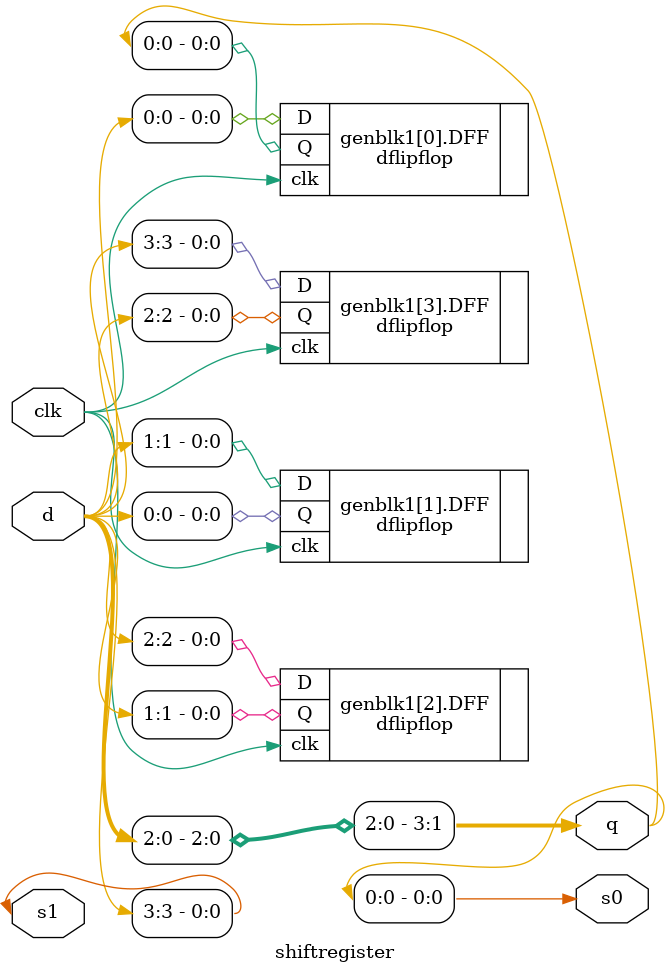
<source format=v>
module shiftregister(s1,d,clk,s0,q);
  input s1,clk;
  input [3:0] d;
  output s0;
  output [3:0] q;

  genvar i;

  assign d[3]=s1;

  generate
  for(i=0; i<=3; i=i+1)
     dflipflop DFF(.D(d[i]),.Q(q[i]),.clk(clk));
  endgenerate

  assign q[3]=d[2];
  assign q[2]=d[1];
  assign q[1]=d[0];
  assign q[0]=s0;

endmodule

</source>
